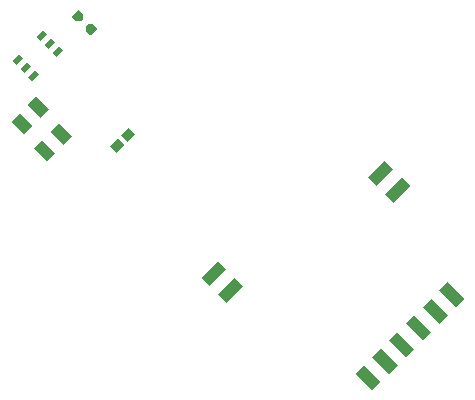
<source format=gtp>
G04 Layer: TopPasteMaskLayer*
G04 EasyEDA v6.5.5, 2022-05-12 22:16:57*
G04 08c4366467794e2483e8b99e1b790a1a,62a2711f98894334b0c9608ef6a587eb,10*
G04 Gerber Generator version 0.2*
G04 Scale: 100 percent, Rotated: No, Reflected: No *
G04 Dimensions in millimeters *
G04 leading zeros omitted , absolute positions ,4 integer and 5 decimal *
%FSLAX45Y45*%
%MOMM*%

%ADD10C,0.0001*%

%LPD*%
G36*
X-1224178Y1174597D02*
G01*
X-1276197Y1122578D01*
X-1276197Y1113485D01*
X-1240586Y1077925D01*
X-1200454Y1079296D01*
X-1180896Y1098854D01*
X-1179525Y1138986D01*
X-1215085Y1174597D01*
G37*
G36*
X-1096213Y1055674D02*
G01*
X-1136345Y1054303D01*
X-1155903Y1034745D01*
X-1157274Y994613D01*
X-1121714Y959002D01*
X-1112621Y959002D01*
X-1060602Y1011021D01*
X-1060602Y1020114D01*
G37*
G36*
X-1480563Y967188D02*
G01*
X-1537139Y910612D01*
X-1573237Y946713D01*
X-1516664Y1003289D01*
G37*
G36*
X-1413388Y900013D02*
G01*
X-1469961Y843437D01*
X-1506062Y879538D01*
X-1449486Y936111D01*
G37*
G36*
X-1346210Y832835D02*
G01*
X-1402786Y776262D01*
X-1438887Y812360D01*
X-1382311Y868936D01*
G37*
G36*
X-1685312Y762439D02*
G01*
X-1741888Y705863D01*
X-1777989Y741964D01*
X-1721413Y798537D01*
G37*
G36*
X-1618137Y695261D02*
G01*
X-1674713Y638688D01*
X-1710811Y674786D01*
X-1654238Y731362D01*
G37*
G36*
X-1550962Y628086D02*
G01*
X-1607535Y571510D01*
X-1643636Y607611D01*
X-1587060Y664187D01*
G37*
G36*
X-1786465Y228135D02*
G01*
X-1715757Y298846D01*
X-1606153Y189242D01*
X-1676864Y118534D01*
G37*
G36*
X-1645046Y369557D02*
G01*
X-1574335Y440265D01*
X-1464734Y330664D01*
X-1535442Y259953D01*
G37*
G36*
X-1595965Y-464D02*
G01*
X-1525257Y70246D01*
X-1415653Y-39357D01*
X-1486364Y-110065D01*
G37*
G36*
X-1454546Y140957D02*
G01*
X-1383835Y211665D01*
X-1274234Y102064D01*
X-1344942Y31353D01*
G37*
G36*
X1589356Y-316567D02*
G01*
X1447937Y-457989D01*
X1377226Y-387278D01*
X1518645Y-245856D01*
G37*
G36*
X1447990Y-175092D02*
G01*
X1306568Y-316514D01*
X1235857Y-245803D01*
X1377279Y-104381D01*
G37*
G36*
X1978106Y-1342158D02*
G01*
X1836684Y-1200739D01*
X1907395Y-1130028D01*
X2048814Y-1271447D01*
G37*
G36*
X1836630Y-1483527D02*
G01*
X1695208Y-1342105D01*
X1765919Y-1271394D01*
X1907341Y-1412816D01*
G37*
G36*
X1695262Y-1624893D02*
G01*
X1553842Y-1483471D01*
X1624553Y-1412763D01*
X1765973Y-1554182D01*
G37*
G36*
X1553789Y-1766369D02*
G01*
X1412367Y-1624947D01*
X1483078Y-1554236D01*
X1624497Y-1695658D01*
G37*
G36*
X1412420Y-1907664D02*
G01*
X1271000Y-1766242D01*
X1341709Y-1695533D01*
X1483131Y-1836953D01*
G37*
G36*
X1271252Y-2049048D02*
G01*
X1129830Y-1907628D01*
X1200541Y-1836917D01*
X1341960Y-1978339D01*
G37*
G36*
X-37091Y-1235913D02*
G01*
X104327Y-1094491D01*
X175039Y-1165202D01*
X33616Y-1306621D01*
G37*
G36*
X-178513Y-1094491D02*
G01*
X-37091Y-953068D01*
X33616Y-1023780D01*
X-107802Y-1165202D01*
G37*
G36*
X-949078Y21897D02*
G01*
X-885497Y85478D01*
X-828921Y28902D01*
X-892502Y-34678D01*
G37*
G36*
X-857120Y113855D02*
G01*
X-793539Y177436D01*
X-736963Y120860D01*
X-800544Y57279D01*
G37*
M02*

</source>
